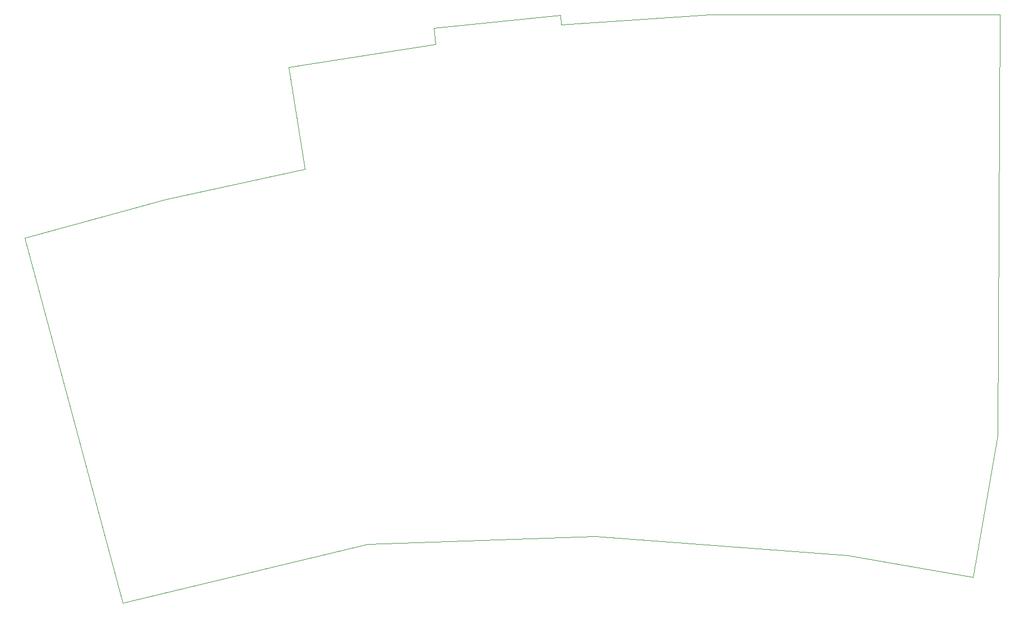
<source format=gm1>
%TF.GenerationSoftware,KiCad,Pcbnew,(6.0.0-0)*%
%TF.CreationDate,2022-02-08T20:15:09+07:00*%
%TF.ProjectId,kibod-01-mirrored-rev2,6b69626f-642d-4303-912d-6d6972726f72,rev?*%
%TF.SameCoordinates,Original*%
%TF.FileFunction,Profile,NP*%
%FSLAX46Y46*%
G04 Gerber Fmt 4.6, Leading zero omitted, Abs format (unit mm)*
G04 Created by KiCad (PCBNEW (6.0.0-0)) date 2022-02-08 20:15:09*
%MOMM*%
%LPD*%
G01*
G04 APERTURE LIST*
%TA.AperFunction,Profile*%
%ADD10C,0.050000*%
%TD*%
G04 APERTURE END LIST*
D10*
X161459246Y-16041147D02*
X117720446Y-16041147D01*
X161154446Y-79702889D02*
X157379259Y-101082144D01*
X76216846Y-20520889D02*
X75962846Y-18082489D01*
X28972846Y-105052089D02*
X66006046Y-96111289D01*
X95210853Y-17565147D02*
X117720446Y-16041147D01*
X100346846Y-94942889D02*
X138481659Y-97780144D01*
X95063646Y-16101289D02*
X95210853Y-17565147D01*
X14139246Y-49832489D02*
X28972846Y-105052089D01*
X35526046Y-43990489D02*
X56455646Y-39418489D01*
X100346846Y-94942889D02*
X66006046Y-96111289D01*
X95063646Y-16101289D02*
X75962846Y-18082489D01*
X54017246Y-23975289D02*
X76216846Y-20520889D01*
X56455646Y-39418489D02*
X54017246Y-23975289D01*
X161154446Y-79702889D02*
X161459246Y-16041147D01*
X35526046Y-43990489D02*
X14139246Y-49832489D01*
X138481659Y-97780144D02*
X157379259Y-101082144D01*
M02*

</source>
